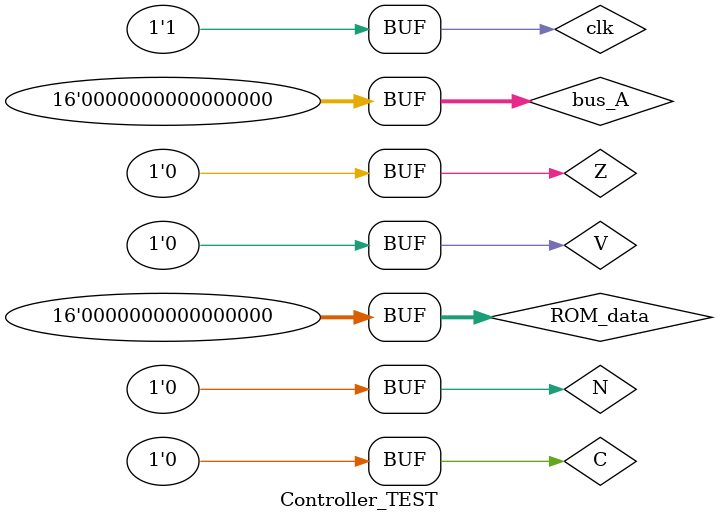
<source format=v>
`timescale 1ns / 1ps


module Controller_TEST;

	// Inputs
	reg clk;
	reg V;
	reg C;
	reg N;
	reg Z;
	reg [15:0] bus_A;
	reg [15:0] ROM_data;

	// Outputs
	wire MD;
	wire RW;
	wire MW;
	wire [1:0] MB;
	wire [3:0] FS;
	wire [3:0] DR;
	wire [3:0] SA;
	wire [3:0] SB;
	wire [5:0] PC;
	wire [15:0] imdt;

	// Instantiate the Unit Under Test (UUT)
	Controller uut (
		.clk(clk), 
		.V(V), 
		.C(C), 
		.N(N), 
		.Z(Z), 
		.bus_A(bus_A), 
		.ROM_data(ROM_data), 
		.MD(MD), 
		.RW(RW), 
		.MW(MW), 
		.MB(MB), 
		.FS(FS), 
		.DR(DR), 
		.SA(SA), 
		.SB(SB), 
		.PC(PC), 
		.imdt(imdt)
	);

	initial begin
		clk = 1;
		V = 0;
		C = 0;
		N = 0;
		Z = 0;
		bus_A = 16'b0011;
		ROM_data = 16'b1000001100001101;
		#100;

		clk = ~clk;
		V = 0;
		C = 0;
		N = 0;
		Z = 0;
		bus_A = 16'b0011;
		ROM_data = 16'b1000001100001101;
		#100;
		
		clk = ~clk;
		V = 0;
		C = 0;
		N = 0;
		Z = 0;
		bus_A = 16'b0011;
		ROM_data = 16'b0010001100001101;
		#100;
		
		clk = ~clk;
		V = 0;
		C = 0;
		N = 0;
		Z = 0;
		bus_A = 16'b0011;
		ROM_data = 16'b0010001100001101;
		#100;
		
		clk = ~clk;
		V = 0;
		C = 0;
		N = 0;
		Z = 0;
		bus_A = 16'b0011;
		ROM_data = 16'b0001001100001101;
		#100;
		
		clk = ~clk;
		V = 0;
		C = 0;
		N = 0;
		Z = 0;
		bus_A = 16'b0011;
		ROM_data = 16'b0001001100001101;
		#100;
		
		clk = ~clk;
		V = 0;
		C = 0;
		N = 0;
		Z = 0;
		bus_A = 16'b0011;
		ROM_data = 16'b1110001100000101;
		#100;
		
		clk = ~clk;
		V = 0;
		C = 0;
		N = 0;
		Z = 0;
		bus_A = 16'b0011;
		ROM_data = 16'b1110001100000101;
		#100;
		
		clk = ~clk;
		V = 0;
		C = 0;
		N = 0;
		Z = 0;
		bus_A = 16'b0011;
		ROM_data = 16'b1100001100111101;
		#100;
		
		clk = ~clk;
		V = 0;
		C = 0;
		N = 0;
		Z = 0;
		bus_A = 16'b0011;
		ROM_data = 16'b1100001100111101;
		#100;
		
		clk = ~clk;
		V = 0;
		C = 0;
		N = 0;
		Z = 0;
		bus_A = 16'b0011;
		ROM_data = 16'b1100001100111101;
		#100;
		
		clk = ~clk;
		V = 0;
		C = 0;
		N = 0;
		Z = 0;
		bus_A = 16'b0011;
		ROM_data = 16'b1100001100111101;
		#100;
		
		clk = ~clk;
		V = 0;
		C = 0;
		N = 0;
		Z = 0;
		bus_A = 16'b0011;
		ROM_data = 16'b1111111100111101;
		#100;
		
		clk = ~clk;
		V = 0;
		C = 0;
		N = 0;
		Z = 0;
		bus_A = 16'b0011;
		ROM_data = 16'b1111111100111101;
		#100;
		
		clk = ~clk;
		V = 0;
		C = 0;
		N = 0;
		Z = 0;
		bus_A = 16'b0;
		ROM_data = 16'b0;
		#100;
	end
endmodule


</source>
